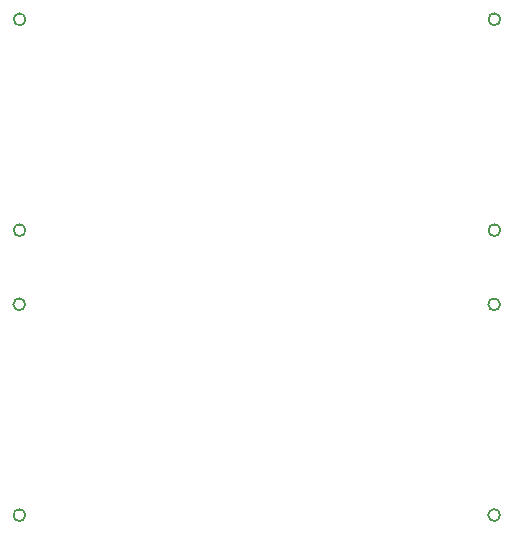
<source format=gbr>
%TF.GenerationSoftware,KiCad,Pcbnew,(5.1.10)-1*%
%TF.CreationDate,2023-03-15T18:11:03+01:00*%
%TF.ProjectId,Ender3 Upgrade,456e6465-7233-4205-9570-67726164652e,rev?*%
%TF.SameCoordinates,Original*%
%TF.FileFunction,Paste,Top*%
%TF.FilePolarity,Positive*%
%FSLAX46Y46*%
G04 Gerber Fmt 4.6, Leading zero omitted, Abs format (unit mm)*
G04 Created by KiCad (PCBNEW (5.1.10)-1) date 2023-03-15 18:11:03*
%MOMM*%
%LPD*%
G01*
G04 APERTURE LIST*
%ADD10C,0.200000*%
G04 APERTURE END LIST*
D10*
%TO.C,DCDCBC1*%
X79523927Y-88930187D02*
G75*
G03*
X79523927Y-88930187I-500000J0D01*
G01*
X119723927Y-106780187D02*
G75*
G03*
X119723927Y-106780187I-500000J0D01*
G01*
X119723927Y-88930187D02*
G75*
G03*
X119723927Y-88930187I-500000J0D01*
G01*
X79523927Y-106780187D02*
G75*
G03*
X79523927Y-106780187I-500000J0D01*
G01*
%TO.C,DCDCBC2*%
X79503740Y-113060114D02*
G75*
G03*
X79503740Y-113060114I-500000J0D01*
G01*
X119703740Y-130910114D02*
G75*
G03*
X119703740Y-130910114I-500000J0D01*
G01*
X119703740Y-113060114D02*
G75*
G03*
X119703740Y-113060114I-500000J0D01*
G01*
X79503740Y-130910114D02*
G75*
G03*
X79503740Y-130910114I-500000J0D01*
G01*
%TD*%
M02*

</source>
